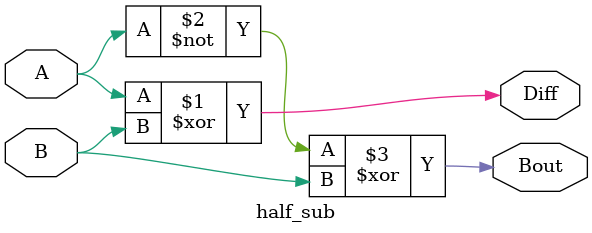
<source format=v>

module half_sub (
  output Diff , Bout ,
  input A,B
);
  
  assign Diff  = A^B ;
  assign Bout  = ~A^B;
  
endmodule 

</source>
